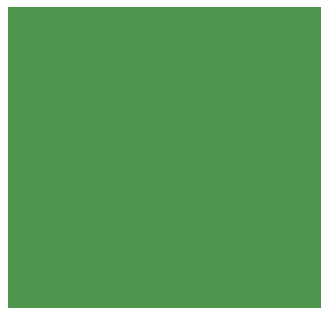
<source format=gbr>
G04 CAM350/DFMSTREAM V12.2 (Build 1124) Date:  Wed Mar 06 16:06:52 2019 *
G04 Database: d:\cad\swi_source\new folder\airprime hl and wp series snap-in socket.cam *
G04 Layer 1: PLACE *
%FSLAX23Y23*%
%MOIN*%
%SFA1.000B1.000*%

%MIA0B0*%
%IPPOS*%
%LNPLACE*%
%LPD*%
G36*
X-522Y-502D02*
G01Y502D01*
X522*
Y-502*
X-522*
G37*
M02*

</source>
